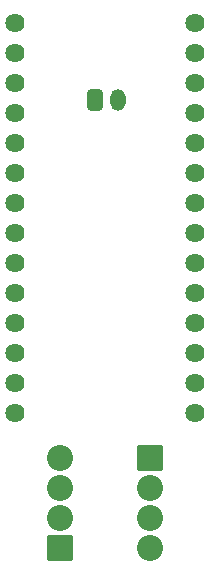
<source format=gbs>
G04 %TF.GenerationSoftware,KiCad,Pcbnew,(6.0.7)@% jlc*
G04 %TF.CreationDate,2022-08-02T21:03:16-07:00@% jlc*
G04 %TF.ProjectId,Bike Flamingo for Itsy Bitsy 5V 16MHz_ USB Power Rev 1,42696b65-2046-46c6-916d-696e676f2066,rev?@% jlc*
G04 %TF.SameCoordinates,Original@% jlc*
G04 %TF.FileFunction,Soldermask,Bot@% jlc*
G04 %TF.FilePolarity,Negative@% jlc*
%FSLAX46Y46*%
G04 Gerber Fmt 4.6, Leading zero omitted, Abs format (unit mm)*
G04 Created by KiCad (PCBNEW (6.0.7)) date 2022-08-02 21:03:16*
%MOMM*%
%LPD*%
G01*
G04 APERTURE LIST*
G04 Aperture macros list*
%AMRoundRect*
0 Rectangle with rounded corners*
0 $1 Rounding radius*
0 $2 $3 $4 $5 $6 $7 $8 $9 X,Y pos of 4 corners*
0 Add a 4 corners polygon primitive as box body*
4,1,4,$2,$3,$4,$5,$6,$7,$8,$9,$2,$3,0*
0 Add four circle primitives for the rounded corners*
1,1,$1+$1,$2,$3*
1,1,$1+$1,$4,$5*
1,1,$1+$1,$6,$7*
1,1,$1+$1,$8,$9*
0 Add four rect primitives between the rounded corners*
20,1,$1+$1,$2,$3,$4,$5,0*
20,1,$1+$1,$4,$5,$6,$7,0*
20,1,$1+$1,$6,$7,$8,$9,0*
20,1,$1+$1,$8,$9,$2,$3,0*%
G04 Aperture macros list end*
%ADD10C,1.625600*%
%ADD11RoundRect,0.050800X-1.050000X1.050000X-1.050000X-1.050000X1.050000X-1.050000X1.050000X1.050000X0*%
%ADD12C,2.201600*%
%ADD13RoundRect,0.050800X1.050000X-1.050000X1.050000X1.050000X-1.050000X1.050000X-1.050000X-1.050000X0*%
%ADD14RoundRect,0.300800X-0.350000X-0.625000X0.350000X-0.625000X0.350000X0.625000X-0.350000X0.625000X0*%
%ADD15O,1.301600X1.851600*%
G04 APERTURE END LIST*
D10*
G04 %TO.C,U1@% jlc*
X133350000Y-85090000D03*
X133350000Y-87630000D03*
X133350000Y-90170000D03*
X133350000Y-92710000D03*
X133350000Y-95250000D03*
X133350000Y-97790000D03*
X133350000Y-100330000D03*
X133350000Y-102870000D03*
X133350000Y-105410000D03*
X133350000Y-107950000D03*
X133350000Y-110490000D03*
X133350000Y-113030000D03*
X133350000Y-115570000D03*
X133350000Y-118110000D03*
X118110000Y-118110000D03*
X118110000Y-115570000D03*
X118110000Y-113030000D03*
X118110000Y-110490000D03*
X118110000Y-107950000D03*
X118110000Y-105410000D03*
X118110000Y-102870000D03*
X118110000Y-100330000D03*
X118110000Y-97790000D03*
X118110000Y-95250000D03*
X118110000Y-92710000D03*
X118110000Y-90170000D03*
X118110000Y-87630000D03*
X118110000Y-85090000D03*
G04 %TD@% jlc*
D11*
G04 %TO.C,J3@% jlc*
X129540000Y-121915000D03*
D12*
X129540000Y-124455000D03*
X129540000Y-126995000D03*
X129540000Y-129535000D03*
G04 %TD@% jlc*
D13*
G04 %TO.C,J2@% jlc*
X121920000Y-129540000D03*
D12*
X121920000Y-127000000D03*
X121920000Y-124460000D03*
X121920000Y-121920000D03*
G04 %TD@% jlc*
D14*
G04 %TO.C,J1@% jlc*
X124906000Y-91546000D03*
D15*
X126906000Y-91546000D03*
G04 %TD@% jlc*
M02*

</source>
